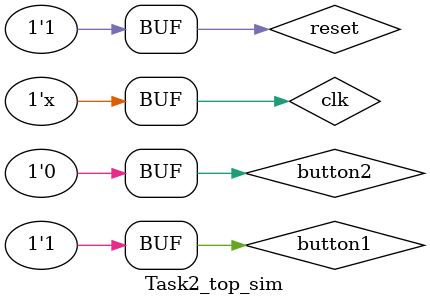
<source format=sv>
`timescale 1ns / 1ps


module Task2_top_sim;

/*
module Task2_dp(
    input logic clk,
    input logic reset,
    input logic black,
    input logic c1en,
    output logic [7:0]x,
    output logic [6:0]y,
    output logic [2:0]color,
    output logic f
    );
    */
    logic clk=0;
    logic reset=0;
    logic button1=0;
    logic button2=0;
    logic f;
    logic black;
    logic c1en;
    logic [7:0]x;
    logic [6:0]y;
    logic [2:0]color;
    
    Task2_fsm fsm1(.clk(clk),.reset(reset),.button1(button1),.button2(button2),.f(f),.black(black),.c1en(c1en));
    Task2_dp   dp1(.clk(clk),.reset(reset),.black(black),.c1en(c1en),.x(x),.y(y),.color(color),.f(f)); 
    
    
    always #10 clk = !clk;
    
    initial begin
        #5
        reset=1;
        #15
        #20
        #20
        button1=1;
        #20
        #20
        #20
        #20
        #20
        #20
        #20
        #20
        #20
        #20
        #20
        #20
        #20;
       // $finish;
        end
        
        
    
endmodule

</source>
